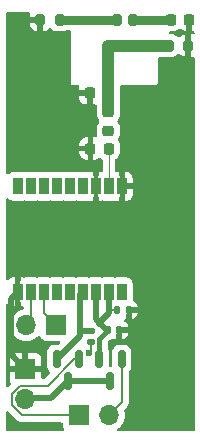
<source format=gbr>
%TF.GenerationSoftware,KiCad,Pcbnew,8.0.4*%
%TF.CreationDate,2024-09-13T17:58:40-07:00*%
%TF.ProjectId,gnss-test,676e7373-2d74-4657-9374-2e6b69636164,rev?*%
%TF.SameCoordinates,Original*%
%TF.FileFunction,Copper,L1,Top*%
%TF.FilePolarity,Positive*%
%FSLAX46Y46*%
G04 Gerber Fmt 4.6, Leading zero omitted, Abs format (unit mm)*
G04 Created by KiCad (PCBNEW 8.0.4) date 2024-09-13 17:58:40*
%MOMM*%
%LPD*%
G01*
G04 APERTURE LIST*
G04 Aperture macros list*
%AMRoundRect*
0 Rectangle with rounded corners*
0 $1 Rounding radius*
0 $2 $3 $4 $5 $6 $7 $8 $9 X,Y pos of 4 corners*
0 Add a 4 corners polygon primitive as box body*
4,1,4,$2,$3,$4,$5,$6,$7,$8,$9,$2,$3,0*
0 Add four circle primitives for the rounded corners*
1,1,$1+$1,$2,$3*
1,1,$1+$1,$4,$5*
1,1,$1+$1,$6,$7*
1,1,$1+$1,$8,$9*
0 Add four rect primitives between the rounded corners*
20,1,$1+$1,$2,$3,$4,$5,0*
20,1,$1+$1,$4,$5,$6,$7,0*
20,1,$1+$1,$6,$7,$8,$9,0*
20,1,$1+$1,$8,$9,$2,$3,0*%
G04 Aperture macros list end*
%TA.AperFunction,Conductor*%
%ADD10C,0.800000*%
%TD*%
%TA.AperFunction,Conductor*%
%ADD11C,1.000000*%
%TD*%
%TA.AperFunction,EtchedComponent*%
%ADD12C,1.000000*%
%TD*%
%TA.AperFunction,EtchedComponent*%
%ADD13C,0.800000*%
%TD*%
%TA.AperFunction,SMDPad,CuDef*%
%ADD14RoundRect,0.225000X-0.225000X-0.250000X0.225000X-0.250000X0.225000X0.250000X-0.225000X0.250000X0*%
%TD*%
%TA.AperFunction,ComponentPad*%
%ADD15R,1.700000X1.700000*%
%TD*%
%TA.AperFunction,ComponentPad*%
%ADD16O,1.700000X1.700000*%
%TD*%
%TA.AperFunction,SMDPad,CuDef*%
%ADD17RoundRect,0.200000X-0.200000X-0.275000X0.200000X-0.275000X0.200000X0.275000X-0.200000X0.275000X0*%
%TD*%
%TA.AperFunction,SMDPad,CuDef*%
%ADD18RoundRect,0.140000X-0.140000X-0.170000X0.140000X-0.170000X0.140000X0.170000X-0.140000X0.170000X0*%
%TD*%
%TA.AperFunction,SMDPad,CuDef*%
%ADD19RoundRect,0.140000X-0.170000X0.140000X-0.170000X-0.140000X0.170000X-0.140000X0.170000X0.140000X0*%
%TD*%
%TA.AperFunction,SMDPad,CuDef*%
%ADD20RoundRect,0.200000X0.200000X0.300000X-0.200000X0.300000X-0.200000X-0.300000X0.200000X-0.300000X0*%
%TD*%
%TA.AperFunction,SMDPad,CuDef*%
%ADD21RoundRect,0.218750X-0.256250X0.218750X-0.256250X-0.218750X0.256250X-0.218750X0.256250X0.218750X0*%
%TD*%
%TA.AperFunction,SMDPad,CuDef*%
%ADD22RoundRect,0.150000X-0.150000X0.587500X-0.150000X-0.587500X0.150000X-0.587500X0.150000X0.587500X0*%
%TD*%
%TA.AperFunction,SMDPad,CuDef*%
%ADD23R,0.838200X1.397000*%
%TD*%
%TA.AperFunction,ViaPad*%
%ADD24C,0.600000*%
%TD*%
%TA.AperFunction,Conductor*%
%ADD25C,0.500000*%
%TD*%
%TA.AperFunction,Conductor*%
%ADD26C,0.200000*%
%TD*%
%TA.AperFunction,Conductor*%
%ADD27C,0.400000*%
%TD*%
%TA.AperFunction,Conductor*%
%ADD28C,0.054102*%
%TD*%
G04 APERTURE END LIST*
D10*
%TO.N,Net-(AE1-A)*%
X169920000Y-52330000D02*
X168280000Y-52330000D01*
X160520000Y-52330000D02*
X162080000Y-52330000D01*
D11*
%TO.N,Net-(C5-Pad2)*%
X169720000Y-54530000D02*
X168180000Y-54530000D01*
X164670000Y-60060000D02*
X164670000Y-57140000D01*
D12*
%TD*%
%TO.C,AE1*%
X164680000Y-54540000D02*
X168180000Y-54540000D01*
%TO.C,AE1*%
X164680000Y-57140000D02*
X164680000Y-54640000D01*
D13*
X165380000Y-52340000D02*
X162080000Y-52340000D01*
X166780000Y-52340000D02*
X168280000Y-52340000D01*
%TD*%
D14*
%TO.P,C4,1*%
%TO.N,GND*%
X163155000Y-63240000D03*
%TO.P,C4,2*%
%TO.N,Net-(U1-RF_IN)*%
X164705000Y-63240000D03*
%TD*%
D15*
%TO.P,J2,1,Pin_1*%
%TO.N,~{GPS_RTC_PWR_EN}*%
X162175000Y-85825000D03*
D16*
%TO.P,J2,2,Pin_2*%
%TO.N,~{GPS_PWR_EN}*%
X164715000Y-85825000D03*
%TD*%
D17*
%TO.P,R1,1*%
%TO.N,Net-(C5-Pad2)*%
X169795000Y-54530000D03*
%TO.P,R1,2*%
%TO.N,GND*%
X171445000Y-54530000D03*
%TD*%
%TO.P,R2,1*%
%TO.N,GND*%
X158895000Y-52330000D03*
%TO.P,R2,2*%
%TO.N,Net-(AE1-A)*%
X160545000Y-52330000D03*
%TD*%
D14*
%TO.P,C6,1*%
%TO.N,Net-(AE1-A)*%
X169945000Y-52330000D03*
%TO.P,C6,2*%
%TO.N,GND*%
X171495000Y-52330000D03*
%TD*%
%TO.P,C5,1*%
%TO.N,GND*%
X163095000Y-58530000D03*
%TO.P,C5,2*%
%TO.N,Net-(C5-Pad2)*%
X164645000Y-58530000D03*
%TD*%
D18*
%TO.P,C1,1*%
%TO.N,Net-(Q1-S)*%
X165440000Y-76880000D03*
%TO.P,C1,2*%
%TO.N,GND*%
X166400000Y-76880000D03*
%TD*%
D19*
%TO.P,C2,1*%
%TO.N,Net-(Q2-S)*%
X163170000Y-78670000D03*
%TO.P,C2,2*%
%TO.N,GND*%
X163170000Y-79630000D03*
%TD*%
D15*
%TO.P,J1,1,Pin_1*%
%TO.N,GND*%
X157650000Y-81925000D03*
D16*
%TO.P,J1,2,Pin_2*%
%TO.N,+3.3V*%
X157650000Y-84465000D03*
%TD*%
D15*
%TO.P,J3,1,Pin_1*%
%TO.N,GPS_UART_TX*%
X160275000Y-78200000D03*
D16*
%TO.P,J3,2,Pin_2*%
%TO.N,GPS_UART_RX*%
X157735000Y-78200000D03*
%TD*%
D20*
%TO.P,AE1,1,A*%
%TO.N,Net-(AE1-A)*%
X166780000Y-52340000D03*
%TO.P,AE1,2*%
X165380000Y-52340000D03*
%TD*%
D21*
%TO.P,L1,1,1*%
%TO.N,Net-(C5-Pad2)*%
X164670000Y-60142500D03*
%TO.P,L1,2,2*%
%TO.N,Net-(U1-RF_IN)*%
X164670000Y-61717500D03*
%TD*%
D22*
%TO.P,Q2,1,G*%
%TO.N,~{GPS_RTC_PWR_EN}*%
X162200000Y-81087500D03*
%TO.P,Q2,2,S*%
%TO.N,Net-(Q2-S)*%
X160300000Y-81087500D03*
%TO.P,Q2,3,D*%
%TO.N,+3.3V*%
X161250000Y-82962500D03*
%TD*%
D23*
%TO.P,U1,1,GND*%
%TO.N,GND*%
X157000001Y-75358500D03*
%TO.P,U1,2,TXD*%
%TO.N,GPS_UART_RX*%
X158099999Y-75358500D03*
%TO.P,U1,3,RXD*%
%TO.N,GPS_UART_TX*%
X159199999Y-75358500D03*
%TO.P,U1,4,TIMEPULSE*%
%TO.N,unconnected-(U1-TIMEPULSE-Pad4)*%
X160300000Y-75358500D03*
%TO.P,U1,5,EXTINT*%
%TO.N,unconnected-(U1-EXTINT-Pad5)*%
X161400000Y-75358500D03*
%TO.P,U1,6,V_BCKP*%
%TO.N,Net-(Q2-S)*%
X162500000Y-75358500D03*
%TO.P,U1,7,V_IO*%
%TO.N,Net-(Q1-S)*%
X163600001Y-75358500D03*
%TO.P,U1,8,VCC*%
X164700001Y-75358500D03*
%TO.P,U1,9,RESET_N*%
%TO.N,unconnected-(U1-RESET_N-Pad9)*%
X165800001Y-75358500D03*
%TO.P,U1,10,GND*%
%TO.N,GND*%
X165799999Y-66443100D03*
%TO.P,U1,11,RF_IN*%
%TO.N,Net-(U1-RF_IN)*%
X164700001Y-66443100D03*
%TO.P,U1,12,GND*%
%TO.N,GND*%
X163600001Y-66443100D03*
%TO.P,U1,13,LNA_EN*%
%TO.N,unconnected-(U1-LNA_EN-Pad13)*%
X162500000Y-66443100D03*
%TO.P,U1,14,VCC_RF*%
%TO.N,unconnected-(U1-VCC_RF-Pad14)*%
X161400000Y-66443100D03*
%TO.P,U1,15,VIO_SEL*%
%TO.N,unconnected-(U1-VIO_SEL-Pad15)*%
X160300000Y-66443100D03*
%TO.P,U1,16,SDA*%
%TO.N,unconnected-(U1-SDA-Pad16)*%
X159199999Y-66443100D03*
%TO.P,U1,17,SCL*%
%TO.N,unconnected-(U1-SCL-Pad17)*%
X158099999Y-66443100D03*
%TO.P,U1,18,SAFEBOOT_N*%
%TO.N,unconnected-(U1-SAFEBOOT_N-Pad18)*%
X156999999Y-66443100D03*
%TD*%
D18*
%TO.P,C3,1*%
%TO.N,Net-(Q1-S)*%
X164610000Y-78620000D03*
%TO.P,C3,2*%
%TO.N,GND*%
X165570000Y-78620000D03*
%TD*%
D22*
%TO.P,Q1,1,G*%
%TO.N,~{GPS_PWR_EN}*%
X165800000Y-81087500D03*
%TO.P,Q1,2,S*%
%TO.N,Net-(Q1-S)*%
X163900000Y-81087500D03*
%TO.P,Q1,3,D*%
%TO.N,+3.3V*%
X164850000Y-82962500D03*
%TD*%
D24*
%TO.N,GND*%
X169470000Y-63330000D03*
X156710000Y-55090000D03*
X167260000Y-71150000D03*
X159360000Y-53840000D03*
X161800000Y-62570000D03*
X168370000Y-74040000D03*
X169870000Y-84660000D03*
X171220000Y-56050000D03*
X167260000Y-73850000D03*
X171240000Y-59980000D03*
X169780000Y-72190000D03*
X171320000Y-62700000D03*
X158010000Y-60940000D03*
X166940000Y-82570000D03*
X171320000Y-80990000D03*
X168410000Y-85280000D03*
X169870000Y-65400000D03*
X158990000Y-64680000D03*
X171240000Y-58570000D03*
X167290000Y-66480000D03*
X171340000Y-66940000D03*
X167530000Y-59940000D03*
X171320000Y-82470000D03*
X159360000Y-60940000D03*
X169510000Y-61480000D03*
X156710000Y-53430000D03*
X159390000Y-57490000D03*
X161650000Y-58500000D03*
X156660000Y-58530000D03*
X171340000Y-76730000D03*
X171320000Y-68340000D03*
X167490000Y-61660000D03*
X156710000Y-56810000D03*
X166920000Y-83780000D03*
X159390000Y-62510000D03*
X160120000Y-64650000D03*
X168370000Y-70510000D03*
X160030000Y-63700000D03*
X156770000Y-60060000D03*
X171240000Y-57200000D03*
X171340000Y-71170000D03*
X168370000Y-65230000D03*
X171340000Y-72530000D03*
X163210000Y-59840000D03*
X161870000Y-59660000D03*
X169170000Y-58450000D03*
X171320000Y-78160000D03*
X166940000Y-84860000D03*
X161410000Y-64620000D03*
X156800000Y-86800000D03*
X167260000Y-68210000D03*
X168410000Y-86840000D03*
X157520000Y-52410000D03*
X169740000Y-56070000D03*
X158120000Y-86760000D03*
X162570000Y-64680000D03*
X157730000Y-64740000D03*
X171320000Y-73900000D03*
X171320000Y-86840000D03*
X166110000Y-61480000D03*
X166060000Y-63930000D03*
X167260000Y-69570000D03*
X163700000Y-64710000D03*
X159480000Y-59320000D03*
X160730000Y-53870000D03*
X167050000Y-81160000D03*
X171340000Y-65540000D03*
X166110000Y-58470000D03*
X158310000Y-53870000D03*
X158010000Y-62540000D03*
X171320000Y-75330000D03*
X161990000Y-60980000D03*
X169810000Y-86860000D03*
X166960000Y-85860000D03*
X167310000Y-63330000D03*
X169710000Y-57300000D03*
X166900000Y-79740000D03*
X156770000Y-61370000D03*
X161740000Y-63580000D03*
X166110000Y-59920000D03*
X159320000Y-55560000D03*
X168370000Y-81270000D03*
X169730000Y-79600000D03*
X163210000Y-61830000D03*
X168190000Y-83610000D03*
X160700000Y-56600000D03*
X167080000Y-86860000D03*
X169210000Y-59940000D03*
X158070000Y-57490000D03*
X168540000Y-67650000D03*
X171320000Y-79590000D03*
X158070000Y-55650000D03*
X156720000Y-64130000D03*
X160640000Y-62630000D03*
X160760000Y-60940000D03*
X158160000Y-63730000D03*
X167590000Y-76840000D03*
X169690000Y-82330000D03*
X171320000Y-64080000D03*
X160670000Y-55250000D03*
X171290000Y-83850000D03*
X163050000Y-80580000D03*
X169510000Y-77390000D03*
X163210000Y-60820000D03*
X171290000Y-61330000D03*
X166090000Y-62680000D03*
X158040000Y-59320000D03*
X167260000Y-75280000D03*
X169820000Y-68840000D03*
X167590000Y-58450000D03*
X171290000Y-85460000D03*
X166780000Y-78340000D03*
X169780000Y-75580000D03*
X167240000Y-72530000D03*
X156720000Y-62750000D03*
X166930000Y-64920000D03*
X168280000Y-78630000D03*
X159480000Y-86730000D03*
X171320000Y-69770000D03*
%TD*%
D25*
%TO.N,GND*%
X156400000Y-75958501D02*
X156400000Y-80675000D01*
D26*
X163170000Y-79630000D02*
X163170000Y-80460000D01*
D25*
X157000001Y-75358500D02*
X156400000Y-75958501D01*
X156400000Y-80675000D02*
X157650000Y-81925000D01*
D26*
X163170000Y-80460000D02*
X163050000Y-80580000D01*
D25*
%TO.N,Net-(Q1-S)*%
X164700001Y-77199999D02*
X164700001Y-76890000D01*
X163900000Y-78000000D02*
X164700001Y-77199999D01*
D26*
X164710001Y-76880000D02*
X164700001Y-76890000D01*
X165440000Y-76880000D02*
X164710001Y-76880000D01*
X164610000Y-78620000D02*
X164520000Y-78620000D01*
D25*
X163900000Y-78000000D02*
X163600001Y-77700001D01*
D27*
X163900000Y-79330000D02*
X164610000Y-78620000D01*
D25*
X164520000Y-78620000D02*
X163900000Y-78000000D01*
X163600001Y-77700001D02*
X163600001Y-75358500D01*
X164700001Y-76890000D02*
X164700001Y-75358500D01*
D27*
X163900000Y-81087500D02*
X163900000Y-79330000D01*
D25*
%TO.N,Net-(Q2-S)*%
X162269100Y-75589400D02*
X162500000Y-75358500D01*
X162269100Y-79118400D02*
X162269100Y-78670000D01*
X163170000Y-78670000D02*
X162269100Y-78670000D01*
X162269100Y-78670000D02*
X162269100Y-75589400D01*
X160300000Y-81087500D02*
X162269100Y-79118400D01*
%TO.N,+3.3V*%
X161250000Y-82962500D02*
X159812500Y-84400000D01*
X159812500Y-84400000D02*
X157715000Y-84400000D01*
X164850000Y-82962500D02*
X161250000Y-82962500D01*
D26*
%TO.N,~{GPS_PWR_EN}*%
X165800000Y-84740000D02*
X164715000Y-85825000D01*
X165800000Y-81087500D02*
X165800000Y-84740000D01*
%TO.N,~{GPS_RTC_PWR_EN}*%
X159519448Y-83315000D02*
X157173654Y-83315000D01*
X156500000Y-83988654D02*
X156500000Y-84941346D01*
X162200000Y-81087500D02*
X161746948Y-81087500D01*
X157173654Y-83315000D02*
X156500000Y-83988654D01*
X156500000Y-84941346D02*
X157383654Y-85825000D01*
X162200000Y-85800000D02*
X162175000Y-85825000D01*
X161746948Y-81087500D02*
X159519448Y-83315000D01*
X157383654Y-85825000D02*
X162175000Y-85825000D01*
%TO.N,GPS_UART_RX*%
X158099999Y-77835001D02*
X158099999Y-75358500D01*
X157735000Y-78200000D02*
X158099999Y-77835001D01*
%TO.N,GPS_UART_TX*%
X160275000Y-78200000D02*
X159199999Y-77124999D01*
X159199999Y-77124999D02*
X159199999Y-75358500D01*
D28*
%TO.N,Net-(U1-RF_IN)*%
X164705000Y-63240000D02*
X164705000Y-66438101D01*
D26*
X164705000Y-66438101D02*
X164700001Y-66443100D01*
X164680001Y-63264999D02*
X164705000Y-63240000D01*
%TD*%
%TA.AperFunction,Conductor*%
%TO.N,GND*%
G36*
X156205703Y-85496730D02*
G01*
X156212181Y-85502762D01*
X156898793Y-86189374D01*
X156898803Y-86189385D01*
X156903133Y-86193715D01*
X156903134Y-86193716D01*
X157014938Y-86305520D01*
X157014940Y-86305521D01*
X157014944Y-86305524D01*
X157151863Y-86384573D01*
X157151870Y-86384577D01*
X157263673Y-86414534D01*
X157304596Y-86425500D01*
X157304597Y-86425500D01*
X160700501Y-86425500D01*
X160767540Y-86445185D01*
X160813295Y-86497989D01*
X160824501Y-86549500D01*
X160824501Y-86722876D01*
X160830908Y-86782483D01*
X160881202Y-86917328D01*
X160881204Y-86917331D01*
X160929008Y-86981189D01*
X160953426Y-87046652D01*
X160938575Y-87114925D01*
X160889170Y-87164331D01*
X160829742Y-87179500D01*
X156124500Y-87179500D01*
X156057461Y-87159815D01*
X156011706Y-87107011D01*
X156000500Y-87055500D01*
X156000500Y-85590443D01*
X156020185Y-85523404D01*
X156072989Y-85477649D01*
X156142147Y-85467705D01*
X156205703Y-85496730D01*
G37*
%TD.AperFunction*%
%TA.AperFunction,Conductor*%
G36*
X157977019Y-51700185D02*
G01*
X158022774Y-51752989D01*
X158032718Y-51822147D01*
X158028365Y-51841390D01*
X158001409Y-51927893D01*
X157995000Y-51998427D01*
X157995000Y-52080000D01*
X159021000Y-52080000D01*
X159088039Y-52099685D01*
X159133794Y-52152489D01*
X159145000Y-52204000D01*
X159145000Y-53304999D01*
X159151581Y-53304999D01*
X159222102Y-53298591D01*
X159222107Y-53298590D01*
X159384396Y-53248018D01*
X159529877Y-53160072D01*
X159529878Y-53160071D01*
X159631963Y-53057985D01*
X159693286Y-53024499D01*
X159762977Y-53029483D01*
X159807326Y-53057984D01*
X159909811Y-53160469D01*
X159909813Y-53160470D01*
X159909815Y-53160472D01*
X160055394Y-53248478D01*
X160217804Y-53299086D01*
X160288384Y-53305500D01*
X160288387Y-53305500D01*
X160801613Y-53305500D01*
X160801616Y-53305500D01*
X160872196Y-53299086D01*
X161034606Y-53248478D01*
X161034666Y-53248441D01*
X161034767Y-53248381D01*
X161034910Y-53248340D01*
X161041445Y-53245400D01*
X161041892Y-53246394D01*
X161098913Y-53230500D01*
X161396000Y-53230500D01*
X161463039Y-53250185D01*
X161508794Y-53302989D01*
X161520000Y-53354500D01*
X161520000Y-57850000D01*
X162077000Y-57850000D01*
X162144039Y-57869685D01*
X162189794Y-57922489D01*
X162199738Y-57991647D01*
X162194706Y-58013004D01*
X162155144Y-58132393D01*
X162145000Y-58231677D01*
X162145000Y-58280000D01*
X163221000Y-58280000D01*
X163288039Y-58299685D01*
X163333794Y-58352489D01*
X163345000Y-58404000D01*
X163345000Y-59504999D01*
X163368308Y-59504999D01*
X163368322Y-59504998D01*
X163467605Y-59494856D01*
X163506495Y-59481969D01*
X163576323Y-59479567D01*
X163636366Y-59515298D01*
X163667559Y-59577818D01*
X163669500Y-59599675D01*
X163669500Y-60158541D01*
X163669500Y-60158543D01*
X163669499Y-60158543D01*
X163692117Y-60272242D01*
X163694500Y-60296434D01*
X163694500Y-60409181D01*
X163704563Y-60507683D01*
X163757450Y-60667284D01*
X163757455Y-60667295D01*
X163845716Y-60810387D01*
X163845719Y-60810391D01*
X163877647Y-60842319D01*
X163911132Y-60903642D01*
X163906148Y-60973334D01*
X163877647Y-61017681D01*
X163845719Y-61049608D01*
X163845716Y-61049612D01*
X163757455Y-61192704D01*
X163757451Y-61192713D01*
X163704564Y-61352315D01*
X163704564Y-61352316D01*
X163704563Y-61352316D01*
X163694500Y-61450818D01*
X163694500Y-61984181D01*
X163704563Y-62082683D01*
X163720369Y-62130380D01*
X163722771Y-62200208D01*
X163687039Y-62260250D01*
X163624519Y-62291443D01*
X163563660Y-62287090D01*
X163527608Y-62275144D01*
X163428322Y-62265000D01*
X163405000Y-62265000D01*
X163405000Y-64214999D01*
X163428308Y-64214999D01*
X163428322Y-64214998D01*
X163527607Y-64204855D01*
X163688481Y-64151547D01*
X163688492Y-64151542D01*
X163832731Y-64062573D01*
X163841959Y-64053345D01*
X163903279Y-64019856D01*
X163972971Y-64024835D01*
X164017327Y-64053339D01*
X164026956Y-64062968D01*
X164118547Y-64119462D01*
X164165271Y-64171409D01*
X164177449Y-64225000D01*
X164177449Y-65120600D01*
X164157764Y-65187639D01*
X164104960Y-65233394D01*
X164053449Y-65244600D01*
X163850001Y-65244600D01*
X163850001Y-65447001D01*
X163838207Y-65493214D01*
X163840204Y-65493959D01*
X163786809Y-65637117D01*
X163780402Y-65696716D01*
X163780402Y-65696723D01*
X163780401Y-65696735D01*
X163780401Y-67189470D01*
X163780402Y-67189476D01*
X163786809Y-67249083D01*
X163840205Y-67392242D01*
X163838205Y-67392987D01*
X163850001Y-67439197D01*
X163850001Y-67641600D01*
X164066929Y-67641600D01*
X164066945Y-67641599D01*
X164134189Y-67634369D01*
X164134433Y-67636640D01*
X164165514Y-67636637D01*
X164165705Y-67634862D01*
X164182217Y-67636637D01*
X164233028Y-67642100D01*
X165166973Y-67642099D01*
X165226584Y-67635691D01*
X165226587Y-67635689D01*
X165234296Y-67634861D01*
X165234487Y-67636639D01*
X165265566Y-67636640D01*
X165265811Y-67634369D01*
X165333054Y-67641599D01*
X165333071Y-67641600D01*
X165549999Y-67641600D01*
X166049999Y-67641600D01*
X166266927Y-67641600D01*
X166266943Y-67641599D01*
X166326471Y-67635198D01*
X166326478Y-67635196D01*
X166461185Y-67584954D01*
X166461192Y-67584950D01*
X166576286Y-67498790D01*
X166576289Y-67498787D01*
X166662449Y-67383693D01*
X166662453Y-67383686D01*
X166712695Y-67248979D01*
X166712697Y-67248972D01*
X166719098Y-67189444D01*
X166719099Y-67189427D01*
X166719099Y-66693100D01*
X166049999Y-66693100D01*
X166049999Y-67641600D01*
X165549999Y-67641600D01*
X165549999Y-67439200D01*
X165561794Y-67392985D01*
X165559797Y-67392240D01*
X165562895Y-67383933D01*
X165562897Y-67383931D01*
X165613192Y-67249083D01*
X165619601Y-67189473D01*
X165619600Y-66193100D01*
X166049999Y-66193100D01*
X166719099Y-66193100D01*
X166719099Y-65696772D01*
X166719098Y-65696755D01*
X166712697Y-65637227D01*
X166712695Y-65637220D01*
X166662453Y-65502513D01*
X166662449Y-65502506D01*
X166576289Y-65387412D01*
X166576286Y-65387409D01*
X166461192Y-65301249D01*
X166461185Y-65301245D01*
X166326478Y-65251003D01*
X166326471Y-65251001D01*
X166266943Y-65244600D01*
X166049999Y-65244600D01*
X166049999Y-66193100D01*
X165619600Y-66193100D01*
X165619600Y-65696728D01*
X165613192Y-65637117D01*
X165562897Y-65502269D01*
X165559798Y-65493960D01*
X165561794Y-65493215D01*
X165549999Y-65446999D01*
X165549999Y-65244600D01*
X165356551Y-65244600D01*
X165289512Y-65224915D01*
X165243757Y-65172111D01*
X165232551Y-65120600D01*
X165232551Y-64225000D01*
X165252236Y-64157961D01*
X165291451Y-64119463D01*
X165383044Y-64062968D01*
X165502968Y-63943044D01*
X165592003Y-63798697D01*
X165645349Y-63637708D01*
X165655500Y-63538345D01*
X165655499Y-62941656D01*
X165645349Y-62842292D01*
X165592003Y-62681303D01*
X165591999Y-62681297D01*
X165591998Y-62681294D01*
X165502973Y-62536964D01*
X165502972Y-62536963D01*
X165502968Y-62536956D01*
X165502961Y-62536949D01*
X165499423Y-62532474D01*
X165473282Y-62467678D01*
X165486322Y-62399036D01*
X165491151Y-62390464D01*
X165494278Y-62385393D01*
X165494281Y-62385391D01*
X165582549Y-62242287D01*
X165635436Y-62082685D01*
X165645500Y-61984174D01*
X165645500Y-61450826D01*
X165635436Y-61352315D01*
X165582549Y-61192713D01*
X165582545Y-61192707D01*
X165582544Y-61192704D01*
X165494283Y-61049612D01*
X165494280Y-61049608D01*
X165462353Y-61017681D01*
X165428868Y-60956358D01*
X165433852Y-60886666D01*
X165462353Y-60842319D01*
X165494281Y-60810391D01*
X165582549Y-60667287D01*
X165635436Y-60507685D01*
X165645500Y-60409174D01*
X165645500Y-60296434D01*
X165647883Y-60272242D01*
X165670500Y-60158543D01*
X165670500Y-57974000D01*
X165690185Y-57906961D01*
X165742989Y-57861206D01*
X165794500Y-57850000D01*
X168670000Y-57850000D01*
X168850000Y-57670000D01*
X168850000Y-55654500D01*
X168869685Y-55587461D01*
X168922489Y-55541706D01*
X168974000Y-55530500D01*
X169818543Y-55530500D01*
X169894551Y-55515380D01*
X169932243Y-55507882D01*
X169956434Y-55505500D01*
X170051613Y-55505500D01*
X170051616Y-55505500D01*
X170122196Y-55499086D01*
X170284606Y-55448478D01*
X170430185Y-55360472D01*
X170532673Y-55257983D01*
X170593994Y-55224499D01*
X170663685Y-55229483D01*
X170708034Y-55257984D01*
X170810122Y-55360072D01*
X170955604Y-55448019D01*
X170955603Y-55448019D01*
X171117894Y-55498590D01*
X171117893Y-55498590D01*
X171188408Y-55504998D01*
X171188426Y-55504999D01*
X171194999Y-55504998D01*
X171195000Y-55504998D01*
X171195000Y-53555000D01*
X171194999Y-53554999D01*
X171188436Y-53555000D01*
X171188417Y-53555001D01*
X171117897Y-53561408D01*
X171117892Y-53561409D01*
X170955603Y-53611981D01*
X170810122Y-53699927D01*
X170810121Y-53699928D01*
X170708035Y-53802015D01*
X170646712Y-53835500D01*
X170577020Y-53830516D01*
X170532673Y-53802015D01*
X170430188Y-53699530D01*
X170284606Y-53611522D01*
X170184258Y-53580253D01*
X170122196Y-53560914D01*
X170122194Y-53560913D01*
X170122192Y-53560913D01*
X170072778Y-53556423D01*
X170051616Y-53554500D01*
X170051613Y-53554500D01*
X169956434Y-53554500D01*
X169932233Y-53552115D01*
X169930188Y-53551708D01*
X169927202Y-53551114D01*
X169865294Y-53518724D01*
X169830725Y-53458005D01*
X169834471Y-53388236D01*
X169875342Y-53331567D01*
X169940363Y-53305992D01*
X169951393Y-53305499D01*
X170218344Y-53305499D01*
X170218352Y-53305498D01*
X170218355Y-53305498D01*
X170297825Y-53297380D01*
X170317708Y-53295349D01*
X170478697Y-53242003D01*
X170623044Y-53152968D01*
X170632668Y-53143343D01*
X170693987Y-53109856D01*
X170763679Y-53114835D01*
X170808034Y-53143339D01*
X170817267Y-53152572D01*
X170817271Y-53152575D01*
X170961507Y-53241542D01*
X170961518Y-53241547D01*
X171122393Y-53294855D01*
X171221683Y-53304999D01*
X171245000Y-53304998D01*
X171245000Y-52204000D01*
X171264685Y-52136961D01*
X171317489Y-52091206D01*
X171369000Y-52080000D01*
X171621000Y-52080000D01*
X171688039Y-52099685D01*
X171733794Y-52152489D01*
X171745000Y-52204000D01*
X171745000Y-53304999D01*
X171768308Y-53304999D01*
X171768322Y-53304998D01*
X171842898Y-53297380D01*
X171911591Y-53310150D01*
X171962475Y-53358030D01*
X171979500Y-53420738D01*
X171979500Y-53457515D01*
X171959815Y-53524554D01*
X171907011Y-53570309D01*
X171837853Y-53580253D01*
X171818611Y-53575901D01*
X171772103Y-53561409D01*
X171701572Y-53555000D01*
X171695000Y-53555000D01*
X171695000Y-55504999D01*
X171701581Y-55504999D01*
X171772102Y-55498591D01*
X171772107Y-55498590D01*
X171818609Y-55484100D01*
X171888469Y-55482948D01*
X171947862Y-55519748D01*
X171977930Y-55582817D01*
X171979500Y-55602485D01*
X171979500Y-87055500D01*
X171959815Y-87122539D01*
X171907011Y-87168294D01*
X171855500Y-87179500D01*
X165528377Y-87179500D01*
X165461338Y-87159815D01*
X165415583Y-87107011D01*
X165405639Y-87037853D01*
X165434664Y-86974297D01*
X165457254Y-86953925D01*
X165509515Y-86917331D01*
X165586401Y-86863495D01*
X165753495Y-86696401D01*
X165889035Y-86502830D01*
X165988903Y-86288663D01*
X166050063Y-86060408D01*
X166070659Y-85825000D01*
X166050063Y-85589592D01*
X166015672Y-85461243D01*
X166017335Y-85391394D01*
X166047766Y-85341469D01*
X166112048Y-85277187D01*
X166280520Y-85108716D01*
X166359577Y-84971784D01*
X166400501Y-84819057D01*
X166400501Y-84660942D01*
X166400501Y-84653347D01*
X166400500Y-84653329D01*
X166400500Y-82195808D01*
X166420185Y-82128769D01*
X166436820Y-82108126D01*
X166468076Y-82076870D01*
X166468081Y-82076865D01*
X166551744Y-81935398D01*
X166597598Y-81777569D01*
X166600500Y-81740694D01*
X166600500Y-80434306D01*
X166597598Y-80397431D01*
X166551744Y-80239602D01*
X166468081Y-80098135D01*
X166468079Y-80098133D01*
X166468076Y-80098129D01*
X166351870Y-79981923D01*
X166351862Y-79981917D01*
X166210396Y-79898255D01*
X166210393Y-79898254D01*
X166052573Y-79852402D01*
X166052567Y-79852401D01*
X166015701Y-79849500D01*
X166015694Y-79849500D01*
X165584306Y-79849500D01*
X165584298Y-79849500D01*
X165547432Y-79852401D01*
X165547426Y-79852402D01*
X165389606Y-79898254D01*
X165389603Y-79898255D01*
X165248137Y-79981917D01*
X165248129Y-79981923D01*
X165131923Y-80098129D01*
X165131917Y-80098137D01*
X165048255Y-80239603D01*
X165048254Y-80239606D01*
X165002402Y-80397426D01*
X165002401Y-80397432D01*
X164999500Y-80434298D01*
X164999500Y-81600500D01*
X164979815Y-81667539D01*
X164927011Y-81713294D01*
X164875500Y-81724500D01*
X164824500Y-81724500D01*
X164757461Y-81704815D01*
X164711706Y-81652011D01*
X164700500Y-81600500D01*
X164700500Y-80434313D01*
X164700499Y-80434298D01*
X164697598Y-80397432D01*
X164697597Y-80397426D01*
X164651745Y-80239606D01*
X164651744Y-80239603D01*
X164651744Y-80239602D01*
X164642170Y-80223413D01*
X164617768Y-80182150D01*
X164600500Y-80119030D01*
X164600500Y-79671519D01*
X164620185Y-79604480D01*
X164636813Y-79583843D01*
X164755716Y-79464940D01*
X164817035Y-79431458D01*
X164833663Y-79429006D01*
X164850993Y-79427643D01*
X164850995Y-79427642D01*
X164850997Y-79427642D01*
X164920173Y-79407544D01*
X165006395Y-79382494D01*
X165027369Y-79370089D01*
X165095088Y-79352906D01*
X165153613Y-79370090D01*
X165173803Y-79382031D01*
X165320000Y-79424504D01*
X165320000Y-79424503D01*
X165820000Y-79424503D01*
X165966195Y-79382031D01*
X166105374Y-79299721D01*
X166105383Y-79299714D01*
X166219714Y-79185383D01*
X166219721Y-79185374D01*
X166302031Y-79046195D01*
X166302033Y-79046190D01*
X166347144Y-78890918D01*
X166347145Y-78890912D01*
X166348790Y-78870000D01*
X165820000Y-78870000D01*
X165820000Y-79424503D01*
X165320000Y-79424503D01*
X165320000Y-79118352D01*
X165337267Y-79055233D01*
X165342494Y-79046395D01*
X165387643Y-78890993D01*
X165390500Y-78854690D01*
X165390500Y-78494000D01*
X165410185Y-78426961D01*
X165462989Y-78381206D01*
X165514500Y-78370000D01*
X166348790Y-78370000D01*
X166347145Y-78349089D01*
X166302031Y-78193804D01*
X166219721Y-78054625D01*
X166219714Y-78054616D01*
X166105383Y-77940285D01*
X166105377Y-77940281D01*
X166057042Y-77911695D01*
X166009359Y-77860625D01*
X165996856Y-77791883D01*
X166023502Y-77727294D01*
X166080838Y-77687364D01*
X166149592Y-77684810D01*
X166150000Y-77684504D01*
X166150000Y-77684503D01*
X166650000Y-77684503D01*
X166796195Y-77642031D01*
X166935374Y-77559721D01*
X166935383Y-77559714D01*
X167049714Y-77445383D01*
X167049721Y-77445374D01*
X167132031Y-77306195D01*
X167132033Y-77306190D01*
X167177144Y-77150918D01*
X167177145Y-77150912D01*
X167178790Y-77130000D01*
X166650000Y-77130000D01*
X166650000Y-77684503D01*
X166150000Y-77684503D01*
X166150000Y-77378352D01*
X166167267Y-77315233D01*
X166172494Y-77306395D01*
X166217643Y-77150993D01*
X166220500Y-77114690D01*
X166220500Y-76754000D01*
X166240185Y-76686961D01*
X166292989Y-76641206D01*
X166344500Y-76630000D01*
X167178790Y-76630000D01*
X167177145Y-76609089D01*
X167132031Y-76453804D01*
X167049721Y-76314625D01*
X167049714Y-76314616D01*
X166935383Y-76200285D01*
X166935374Y-76200278D01*
X166796188Y-76117964D01*
X166794344Y-76117166D01*
X166793129Y-76116155D01*
X166789480Y-76113997D01*
X166789828Y-76113407D01*
X166740640Y-76072472D01*
X166719625Y-76005837D01*
X166719600Y-76003461D01*
X166719600Y-74612128D01*
X166713192Y-74552517D01*
X166662897Y-74417669D01*
X166662896Y-74417668D01*
X166662894Y-74417664D01*
X166576648Y-74302455D01*
X166576645Y-74302452D01*
X166461436Y-74216206D01*
X166461429Y-74216202D01*
X166326583Y-74165908D01*
X166326584Y-74165908D01*
X166266984Y-74159501D01*
X166266982Y-74159500D01*
X166266974Y-74159500D01*
X166266965Y-74159500D01*
X165333030Y-74159500D01*
X165333026Y-74159501D01*
X165282181Y-74164967D01*
X165273428Y-74165908D01*
X165265707Y-74166738D01*
X165265489Y-74164711D01*
X165234514Y-74164711D01*
X165234296Y-74166738D01*
X165166984Y-74159501D01*
X165166982Y-74159500D01*
X165166974Y-74159500D01*
X165166965Y-74159500D01*
X164233030Y-74159500D01*
X164233026Y-74159501D01*
X164182181Y-74164967D01*
X164173428Y-74165908D01*
X164165707Y-74166738D01*
X164165489Y-74164711D01*
X164134514Y-74164711D01*
X164134296Y-74166738D01*
X164066984Y-74159501D01*
X164066982Y-74159500D01*
X164066974Y-74159500D01*
X164066965Y-74159500D01*
X163133030Y-74159500D01*
X163133024Y-74159501D01*
X163065705Y-74166738D01*
X163065487Y-74164710D01*
X163034514Y-74164709D01*
X163034296Y-74166738D01*
X162966983Y-74159501D01*
X162966981Y-74159500D01*
X162966973Y-74159500D01*
X162966964Y-74159500D01*
X162033029Y-74159500D01*
X162033025Y-74159501D01*
X161982180Y-74164967D01*
X161973427Y-74165908D01*
X161965706Y-74166738D01*
X161965488Y-74164711D01*
X161934513Y-74164711D01*
X161934295Y-74166738D01*
X161866983Y-74159501D01*
X161866981Y-74159500D01*
X161866973Y-74159500D01*
X161866964Y-74159500D01*
X160933029Y-74159500D01*
X160933025Y-74159501D01*
X160882180Y-74164967D01*
X160873427Y-74165908D01*
X160865706Y-74166738D01*
X160865488Y-74164711D01*
X160834513Y-74164711D01*
X160834295Y-74166738D01*
X160766983Y-74159501D01*
X160766981Y-74159500D01*
X160766973Y-74159500D01*
X160766964Y-74159500D01*
X159833029Y-74159500D01*
X159833023Y-74159501D01*
X159765704Y-74166738D01*
X159765486Y-74164710D01*
X159734513Y-74164709D01*
X159734295Y-74166738D01*
X159666982Y-74159501D01*
X159666980Y-74159500D01*
X159666972Y-74159500D01*
X159666963Y-74159500D01*
X158733028Y-74159500D01*
X158733024Y-74159501D01*
X158682179Y-74164967D01*
X158673426Y-74165908D01*
X158665705Y-74166738D01*
X158665487Y-74164711D01*
X158634512Y-74164711D01*
X158634294Y-74166738D01*
X158566982Y-74159501D01*
X158566980Y-74159500D01*
X158566972Y-74159500D01*
X158566963Y-74159500D01*
X157633028Y-74159500D01*
X157633022Y-74159501D01*
X157565703Y-74166738D01*
X157565512Y-74164967D01*
X157534431Y-74164970D01*
X157534188Y-74167231D01*
X157466945Y-74160000D01*
X157250001Y-74160000D01*
X157250001Y-74362399D01*
X157238205Y-74408615D01*
X157240202Y-74409360D01*
X157186807Y-74552517D01*
X157180400Y-74612116D01*
X157180400Y-74612123D01*
X157180399Y-74612135D01*
X157180399Y-76104870D01*
X157180400Y-76104876D01*
X157186807Y-76164481D01*
X157186808Y-76164483D01*
X157237103Y-76299331D01*
X157237104Y-76299333D01*
X157240203Y-76307640D01*
X157238205Y-76308385D01*
X157250001Y-76354600D01*
X157250001Y-76557000D01*
X157375499Y-76557000D01*
X157442538Y-76576685D01*
X157488293Y-76629489D01*
X157499499Y-76681000D01*
X157499499Y-76769812D01*
X157479814Y-76836851D01*
X157427010Y-76882606D01*
X157407593Y-76889587D01*
X157271341Y-76926095D01*
X157271335Y-76926098D01*
X157057171Y-77025964D01*
X157057169Y-77025965D01*
X156863597Y-77161505D01*
X156696505Y-77328597D01*
X156560965Y-77522169D01*
X156560964Y-77522171D01*
X156461098Y-77736335D01*
X156461094Y-77736344D01*
X156399938Y-77964586D01*
X156399936Y-77964596D01*
X156379341Y-78199999D01*
X156379341Y-78200000D01*
X156399936Y-78435403D01*
X156399938Y-78435413D01*
X156461094Y-78663655D01*
X156461096Y-78663659D01*
X156461097Y-78663663D01*
X156545499Y-78844663D01*
X156560965Y-78877830D01*
X156560967Y-78877834D01*
X156669281Y-79032521D01*
X156696505Y-79071401D01*
X156863599Y-79238495D01*
X156951029Y-79299714D01*
X157057165Y-79374032D01*
X157057167Y-79374033D01*
X157057170Y-79374035D01*
X157271337Y-79473903D01*
X157499592Y-79535063D01*
X157676034Y-79550500D01*
X157734999Y-79555659D01*
X157735000Y-79555659D01*
X157735001Y-79555659D01*
X157793966Y-79550500D01*
X157970408Y-79535063D01*
X158198663Y-79473903D01*
X158412830Y-79374035D01*
X158606401Y-79238495D01*
X158728329Y-79116566D01*
X158789648Y-79083084D01*
X158859340Y-79088068D01*
X158915274Y-79129939D01*
X158932189Y-79160917D01*
X158981202Y-79292328D01*
X158981206Y-79292335D01*
X159067452Y-79407544D01*
X159067455Y-79407547D01*
X159182664Y-79493793D01*
X159182671Y-79493797D01*
X159317517Y-79544091D01*
X159317516Y-79544091D01*
X159324444Y-79544835D01*
X159377127Y-79550500D01*
X160476270Y-79550499D01*
X160543309Y-79570184D01*
X160589064Y-79622987D01*
X160599008Y-79692146D01*
X160569983Y-79755702D01*
X160563952Y-79762179D01*
X160512952Y-79813180D01*
X160451629Y-79846666D01*
X160425270Y-79849500D01*
X160084298Y-79849500D01*
X160047432Y-79852401D01*
X160047426Y-79852402D01*
X159889606Y-79898254D01*
X159889603Y-79898255D01*
X159748137Y-79981917D01*
X159748129Y-79981923D01*
X159631923Y-80098129D01*
X159631917Y-80098137D01*
X159548255Y-80239603D01*
X159548254Y-80239606D01*
X159502402Y-80397426D01*
X159502401Y-80397432D01*
X159499500Y-80434298D01*
X159499500Y-81740701D01*
X159502401Y-81777567D01*
X159502402Y-81777573D01*
X159548254Y-81935393D01*
X159548255Y-81935396D01*
X159631917Y-82076862D01*
X159631923Y-82076870D01*
X159682451Y-82127398D01*
X159715936Y-82188721D01*
X159710952Y-82258413D01*
X159682451Y-82302760D01*
X159307032Y-82678181D01*
X159245709Y-82711666D01*
X159219351Y-82714500D01*
X159124000Y-82714500D01*
X159056961Y-82694815D01*
X159011206Y-82642011D01*
X159000000Y-82590500D01*
X159000000Y-82175000D01*
X158083012Y-82175000D01*
X158115925Y-82117993D01*
X158150000Y-81990826D01*
X158150000Y-81859174D01*
X158115925Y-81732007D01*
X158083012Y-81675000D01*
X159000000Y-81675000D01*
X159000000Y-81027172D01*
X158999999Y-81027155D01*
X158993598Y-80967627D01*
X158993596Y-80967620D01*
X158943354Y-80832913D01*
X158943350Y-80832906D01*
X158857190Y-80717812D01*
X158857187Y-80717809D01*
X158742093Y-80631649D01*
X158742086Y-80631645D01*
X158607379Y-80581403D01*
X158607372Y-80581401D01*
X158547844Y-80575000D01*
X157900000Y-80575000D01*
X157900000Y-81491988D01*
X157842993Y-81459075D01*
X157715826Y-81425000D01*
X157584174Y-81425000D01*
X157457007Y-81459075D01*
X157400000Y-81491988D01*
X157400000Y-80575000D01*
X156752155Y-80575000D01*
X156692627Y-80581401D01*
X156692620Y-80581403D01*
X156557913Y-80631645D01*
X156557906Y-80631649D01*
X156442812Y-80717809D01*
X156442809Y-80717812D01*
X156356649Y-80832906D01*
X156356645Y-80832913D01*
X156306403Y-80967620D01*
X156306401Y-80967627D01*
X156300000Y-81027155D01*
X156300000Y-81675000D01*
X157216988Y-81675000D01*
X157184075Y-81732007D01*
X157150000Y-81859174D01*
X157150000Y-81990826D01*
X157184075Y-82117993D01*
X157216988Y-82175000D01*
X156300000Y-82175000D01*
X156300000Y-82822844D01*
X156306401Y-82882372D01*
X156306403Y-82882379D01*
X156356645Y-83017086D01*
X156356646Y-83017088D01*
X156405998Y-83083013D01*
X156430415Y-83148477D01*
X156415564Y-83216750D01*
X156394412Y-83245005D01*
X156212181Y-83427236D01*
X156150858Y-83460721D01*
X156081166Y-83455737D01*
X156025233Y-83413865D01*
X156000816Y-83348401D01*
X156000500Y-83339555D01*
X156000500Y-76488572D01*
X156020185Y-76421533D01*
X156072989Y-76375778D01*
X156142147Y-76365834D01*
X156205703Y-76394859D01*
X156223512Y-76413989D01*
X156223713Y-76414190D01*
X156338807Y-76500350D01*
X156338814Y-76500354D01*
X156473521Y-76550596D01*
X156473528Y-76550598D01*
X156533056Y-76556999D01*
X156533073Y-76557000D01*
X156750001Y-76557000D01*
X156750001Y-74160000D01*
X156533056Y-74160000D01*
X156473528Y-74166401D01*
X156473521Y-74166403D01*
X156338814Y-74216645D01*
X156338807Y-74216649D01*
X156223713Y-74302809D01*
X156217441Y-74309082D01*
X156216521Y-74308162D01*
X156167829Y-74344610D01*
X156098137Y-74349592D01*
X156036816Y-74316105D01*
X156003333Y-74254781D01*
X156000500Y-74228427D01*
X156000500Y-67574009D01*
X156020185Y-67506970D01*
X156072989Y-67461215D01*
X156142147Y-67451271D01*
X156205703Y-67480296D01*
X156221891Y-67497684D01*
X156223354Y-67499147D01*
X156338563Y-67585393D01*
X156338570Y-67585397D01*
X156473416Y-67635691D01*
X156473415Y-67635691D01*
X156480343Y-67636435D01*
X156533026Y-67642100D01*
X157466971Y-67642099D01*
X157526582Y-67635691D01*
X157526581Y-67635691D01*
X157534295Y-67634862D01*
X157534514Y-67636903D01*
X157565483Y-67636900D01*
X157565703Y-67634862D01*
X157582215Y-67636637D01*
X157633026Y-67642100D01*
X158566971Y-67642099D01*
X158626582Y-67635691D01*
X158626581Y-67635691D01*
X158634295Y-67634862D01*
X158634514Y-67636903D01*
X158665483Y-67636900D01*
X158665703Y-67634862D01*
X158682215Y-67636637D01*
X158733026Y-67642100D01*
X159666971Y-67642099D01*
X159726582Y-67635691D01*
X159726585Y-67635689D01*
X159734294Y-67634861D01*
X159734513Y-67636898D01*
X159765484Y-67636896D01*
X159765703Y-67634861D01*
X159773414Y-67635689D01*
X159773417Y-67635691D01*
X159833027Y-67642100D01*
X160766972Y-67642099D01*
X160826583Y-67635691D01*
X160826582Y-67635691D01*
X160834296Y-67634862D01*
X160834515Y-67636903D01*
X160865484Y-67636900D01*
X160865704Y-67634862D01*
X160882216Y-67636637D01*
X160933027Y-67642100D01*
X161866972Y-67642099D01*
X161926583Y-67635691D01*
X161926582Y-67635691D01*
X161934296Y-67634862D01*
X161934515Y-67636903D01*
X161965484Y-67636900D01*
X161965704Y-67634862D01*
X161982216Y-67636637D01*
X162033027Y-67642100D01*
X162966972Y-67642099D01*
X163017783Y-67636637D01*
X163034297Y-67634862D01*
X163034488Y-67636639D01*
X163065570Y-67636637D01*
X163065814Y-67634369D01*
X163133056Y-67641599D01*
X163133073Y-67641600D01*
X163350001Y-67641600D01*
X163350001Y-67439194D01*
X163361796Y-67392986D01*
X163359796Y-67392240D01*
X163362894Y-67383933D01*
X163362896Y-67383931D01*
X163413191Y-67249083D01*
X163419600Y-67189473D01*
X163419599Y-65696728D01*
X163413191Y-65637117D01*
X163362896Y-65502269D01*
X163359797Y-65493960D01*
X163361794Y-65493215D01*
X163350001Y-65447004D01*
X163350001Y-65244600D01*
X163133058Y-65244600D01*
X163065816Y-65251831D01*
X163065572Y-65249570D01*
X163034485Y-65249566D01*
X163034295Y-65251338D01*
X162966983Y-65244101D01*
X162966981Y-65244100D01*
X162966973Y-65244100D01*
X162966964Y-65244100D01*
X162033029Y-65244100D01*
X162033025Y-65244101D01*
X161982189Y-65249566D01*
X161973427Y-65250508D01*
X161965706Y-65251338D01*
X161965488Y-65249311D01*
X161934513Y-65249311D01*
X161934295Y-65251338D01*
X161866983Y-65244101D01*
X161866981Y-65244100D01*
X161866973Y-65244100D01*
X161866964Y-65244100D01*
X160933029Y-65244100D01*
X160933025Y-65244101D01*
X160882189Y-65249566D01*
X160873427Y-65250508D01*
X160865706Y-65251338D01*
X160865488Y-65249311D01*
X160834513Y-65249311D01*
X160834295Y-65251338D01*
X160766983Y-65244101D01*
X160766981Y-65244100D01*
X160766973Y-65244100D01*
X160766964Y-65244100D01*
X159833029Y-65244100D01*
X159833023Y-65244101D01*
X159765704Y-65251338D01*
X159765486Y-65249310D01*
X159734513Y-65249309D01*
X159734295Y-65251338D01*
X159666982Y-65244101D01*
X159666980Y-65244100D01*
X159666972Y-65244100D01*
X159666963Y-65244100D01*
X158733028Y-65244100D01*
X158733024Y-65244101D01*
X158682188Y-65249566D01*
X158673426Y-65250508D01*
X158665705Y-65251338D01*
X158665487Y-65249311D01*
X158634512Y-65249311D01*
X158634294Y-65251338D01*
X158566982Y-65244101D01*
X158566980Y-65244100D01*
X158566972Y-65244100D01*
X158566963Y-65244100D01*
X157633028Y-65244100D01*
X157633024Y-65244101D01*
X157582188Y-65249566D01*
X157573426Y-65250508D01*
X157565705Y-65251338D01*
X157565487Y-65249311D01*
X157534512Y-65249311D01*
X157534294Y-65251338D01*
X157466982Y-65244101D01*
X157466980Y-65244100D01*
X157466972Y-65244100D01*
X157466963Y-65244100D01*
X156533028Y-65244100D01*
X156533022Y-65244101D01*
X156473415Y-65250508D01*
X156338570Y-65300802D01*
X156338563Y-65300806D01*
X156223354Y-65387052D01*
X156217082Y-65393325D01*
X156216042Y-65392285D01*
X156167825Y-65428375D01*
X156098133Y-65433354D01*
X156036813Y-65399865D01*
X156003332Y-65338539D01*
X156000500Y-65312190D01*
X156000500Y-63538322D01*
X162205001Y-63538322D01*
X162215144Y-63637607D01*
X162268452Y-63798481D01*
X162268457Y-63798492D01*
X162357424Y-63942728D01*
X162357427Y-63942732D01*
X162477267Y-64062572D01*
X162477271Y-64062575D01*
X162621507Y-64151542D01*
X162621518Y-64151547D01*
X162782393Y-64204855D01*
X162881683Y-64214999D01*
X162905000Y-64214998D01*
X162905000Y-63490000D01*
X162205001Y-63490000D01*
X162205001Y-63538322D01*
X156000500Y-63538322D01*
X156000500Y-62941677D01*
X162205000Y-62941677D01*
X162205000Y-62990000D01*
X162905000Y-62990000D01*
X162905000Y-62264999D01*
X162881693Y-62265000D01*
X162881674Y-62265001D01*
X162782392Y-62275144D01*
X162621518Y-62328452D01*
X162621507Y-62328457D01*
X162477271Y-62417424D01*
X162477267Y-62417427D01*
X162357427Y-62537267D01*
X162357424Y-62537271D01*
X162268457Y-62681507D01*
X162268452Y-62681518D01*
X162215144Y-62842393D01*
X162205000Y-62941677D01*
X156000500Y-62941677D01*
X156000500Y-58828322D01*
X162145001Y-58828322D01*
X162155144Y-58927607D01*
X162208452Y-59088481D01*
X162208457Y-59088492D01*
X162297424Y-59232728D01*
X162297427Y-59232732D01*
X162417267Y-59352572D01*
X162417271Y-59352575D01*
X162561507Y-59441542D01*
X162561518Y-59441547D01*
X162722393Y-59494855D01*
X162821683Y-59504999D01*
X162845000Y-59504998D01*
X162845000Y-58780000D01*
X162145001Y-58780000D01*
X162145001Y-58828322D01*
X156000500Y-58828322D01*
X156000500Y-52661582D01*
X157995001Y-52661582D01*
X158001408Y-52732102D01*
X158001409Y-52732107D01*
X158051981Y-52894396D01*
X158139927Y-53039877D01*
X158260122Y-53160072D01*
X158405604Y-53248019D01*
X158405603Y-53248019D01*
X158567894Y-53298590D01*
X158567893Y-53298590D01*
X158638408Y-53304998D01*
X158638426Y-53304999D01*
X158644999Y-53304998D01*
X158645000Y-53304998D01*
X158645000Y-52580000D01*
X157995001Y-52580000D01*
X157995001Y-52661582D01*
X156000500Y-52661582D01*
X156000500Y-51804500D01*
X156020185Y-51737461D01*
X156072989Y-51691706D01*
X156124500Y-51680500D01*
X157909980Y-51680500D01*
X157977019Y-51700185D01*
G37*
%TD.AperFunction*%
%TD*%
M02*

</source>
